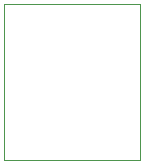
<source format=gbr>
G75*
%MOIN*%
%OFA0B0*%
%FSLAX25Y25*%
%IPPOS*%
%LPD*%
%AMOC8*
5,1,8,0,0,1.08239X$1,22.5*
%
%ADD10C,0.00394*%
D10*
X0045276Y0000000D02*
X0000000Y0000000D01*
X0000000Y0052165D01*
X0045276Y0052165D01*
X0045276Y0000000D01*
M02*

</source>
